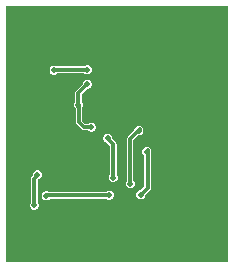
<source format=gbr>
%TF.GenerationSoftware,Altium Limited,Altium Designer,21.3.2 (30)*%
G04 Layer_Physical_Order=2*
G04 Layer_Color=16711680*
%FSLAX26Y26*%
%MOIN*%
%TF.SameCoordinates,7249F2FC-C291-4BAF-AEBD-B68F3D0C2602*%
%TF.FilePolarity,Positive*%
%TF.FileFunction,Copper,L2,Bot,Signal*%
%TF.Part,Single*%
G01*
G75*
%TA.AperFunction,Conductor*%
%ADD18C,0.012000*%
%TA.AperFunction,ViaPad*%
%ADD20C,0.150000*%
%ADD21C,0.020000*%
G36*
X4235000Y2589000D02*
X3493000D01*
Y3440000D01*
X4235000D01*
X4235000Y2589000D01*
D02*
G37*
%LPC*%
G36*
X3767984Y3243000D02*
X3762016D01*
X3756503Y3240716D01*
X3755502Y3239715D01*
X3663498D01*
X3662969Y3240244D01*
X3657456Y3242528D01*
X3651489D01*
X3645976Y3240244D01*
X3641756Y3236024D01*
X3639472Y3230511D01*
Y3224544D01*
X3641756Y3219031D01*
X3645976Y3214811D01*
X3651489Y3212528D01*
X3657456D01*
X3662969Y3214811D01*
X3665443Y3217285D01*
X3754502D01*
X3756503Y3215284D01*
X3762016Y3213000D01*
X3767984D01*
X3773497Y3215284D01*
X3777716Y3219503D01*
X3780000Y3225016D01*
Y3230984D01*
X3777716Y3236497D01*
X3773497Y3240716D01*
X3767984Y3243000D01*
D02*
G37*
G36*
Y3195000D02*
X3762016D01*
X3756503Y3192716D01*
X3752284Y3188497D01*
X3750000Y3182984D01*
Y3180861D01*
X3728069Y3158931D01*
X3725638Y3155292D01*
X3724784Y3151000D01*
X3724785Y3150999D01*
Y3120903D01*
X3723284Y3119402D01*
X3721000Y3113889D01*
Y3107922D01*
X3723284Y3102409D01*
X3726315Y3099377D01*
Y3054471D01*
X3726315Y3054470D01*
X3727169Y3050178D01*
X3729600Y3046540D01*
X3746653Y3029487D01*
X3746653Y3029487D01*
X3750292Y3027055D01*
X3754584Y3026202D01*
X3769215D01*
X3770716Y3024701D01*
X3776229Y3022417D01*
X3782196D01*
X3787709Y3024701D01*
X3791929Y3028921D01*
X3794213Y3034434D01*
Y3040401D01*
X3791929Y3045914D01*
X3787709Y3050134D01*
X3782196Y3052417D01*
X3776229D01*
X3770716Y3050134D01*
X3769215Y3048633D01*
X3759229D01*
X3748746Y3059116D01*
Y3102481D01*
X3751000Y3107922D01*
Y3113889D01*
X3748716Y3119402D01*
X3747215Y3120903D01*
Y3146354D01*
X3765861Y3165000D01*
X3767984D01*
X3773497Y3167284D01*
X3777716Y3171503D01*
X3780000Y3177016D01*
Y3182984D01*
X3777716Y3188497D01*
X3773497Y3192716D01*
X3767984Y3195000D01*
D02*
G37*
G36*
X3836984Y3015000D02*
X3831016D01*
X3825503Y3012716D01*
X3821284Y3008497D01*
X3819000Y3002984D01*
Y2997016D01*
X3821284Y2991503D01*
X3825503Y2987284D01*
X3830944Y2985030D01*
X3840785Y2975190D01*
Y2878998D01*
X3839284Y2877497D01*
X3837000Y2871984D01*
Y2866016D01*
X3839284Y2860503D01*
X3843503Y2856284D01*
X3849016Y2854000D01*
X3854984D01*
X3860497Y2856284D01*
X3864716Y2860503D01*
X3867000Y2866016D01*
Y2871984D01*
X3864716Y2877497D01*
X3863215Y2878998D01*
Y2979835D01*
X3862362Y2984127D01*
X3859931Y2987766D01*
X3859930Y2987766D01*
X3849000Y2998696D01*
Y3002984D01*
X3846716Y3008497D01*
X3842497Y3012716D01*
X3836984Y3015000D01*
D02*
G37*
G36*
X3940000Y3041215D02*
X3935708Y3040362D01*
X3935473Y3040205D01*
X3934316D01*
X3928802Y3037921D01*
X3924583Y3033702D01*
X3922299Y3028188D01*
Y3028160D01*
X3900069Y3005931D01*
X3897638Y3002292D01*
X3896784Y2998000D01*
X3896785Y2997999D01*
Y2856998D01*
X3896284Y2856497D01*
X3894000Y2850984D01*
Y2845016D01*
X3896284Y2839503D01*
X3900503Y2835284D01*
X3906016Y2833000D01*
X3911984D01*
X3917497Y2835284D01*
X3921716Y2839503D01*
X3924000Y2845016D01*
Y2850984D01*
X3921716Y2856497D01*
X3919215Y2858998D01*
Y2993354D01*
X3936066Y3010205D01*
X3940283D01*
X3945796Y3012488D01*
X3950016Y3016708D01*
X3952299Y3022221D01*
Y3028188D01*
X3950908Y3031548D01*
X3950362Y3034292D01*
X3947930Y3037930D01*
X3944292Y3040362D01*
X3940000Y3041215D01*
D02*
G37*
G36*
X3841984Y2826000D02*
X3836016D01*
X3830503Y2823716D01*
X3827502Y2820715D01*
X3636498D01*
X3636497Y2820716D01*
X3630984Y2823000D01*
X3625016D01*
X3619503Y2820716D01*
X3615284Y2816497D01*
X3613000Y2810984D01*
Y2805016D01*
X3615284Y2799503D01*
X3619503Y2795284D01*
X3625016Y2793000D01*
X3630984D01*
X3636497Y2795284D01*
X3639498Y2798285D01*
X3830502D01*
X3830503Y2798284D01*
X3836016Y2796000D01*
X3841984D01*
X3847497Y2798284D01*
X3851716Y2802503D01*
X3854000Y2808016D01*
Y2813984D01*
X3851716Y2819497D01*
X3847497Y2823716D01*
X3841984Y2826000D01*
D02*
G37*
G36*
X3967042Y2970956D02*
X3962750Y2970102D01*
X3962515Y2969945D01*
X3961358D01*
X3955845Y2967661D01*
X3951625Y2963442D01*
X3949342Y2957929D01*
Y2951961D01*
X3951625Y2946448D01*
X3955827Y2942246D01*
Y2839688D01*
X3943139Y2827000D01*
X3941016D01*
X3935503Y2824716D01*
X3931284Y2820497D01*
X3929000Y2814984D01*
Y2809016D01*
X3931284Y2803503D01*
X3935503Y2799284D01*
X3941016Y2797000D01*
X3946984D01*
X3952497Y2799284D01*
X3956716Y2803503D01*
X3959000Y2809016D01*
Y2811139D01*
X3974973Y2827112D01*
X3974973Y2827112D01*
X3977404Y2830750D01*
X3978258Y2835042D01*
X3978258Y2835043D01*
Y2949345D01*
X3979342Y2951961D01*
Y2957929D01*
X3977950Y2961288D01*
X3977404Y2964032D01*
X3974973Y2967671D01*
X3971334Y2970102D01*
X3967042Y2970956D01*
D02*
G37*
G36*
X3601984Y2893000D02*
X3596016D01*
X3590503Y2890716D01*
X3586284Y2886497D01*
X3584000Y2880984D01*
Y2876696D01*
X3581069Y2873766D01*
X3578638Y2870127D01*
X3577784Y2865835D01*
X3577785Y2865835D01*
Y2786998D01*
X3576284Y2785497D01*
X3574000Y2779984D01*
Y2774016D01*
X3576284Y2768503D01*
X3580503Y2764284D01*
X3586016Y2762000D01*
X3591984D01*
X3597497Y2764284D01*
X3601716Y2768503D01*
X3604000Y2774016D01*
Y2779984D01*
X3601716Y2785497D01*
X3600215Y2786998D01*
Y2861189D01*
X3602056Y2863030D01*
X3607497Y2865284D01*
X3611716Y2869503D01*
X3614000Y2875016D01*
Y2880984D01*
X3611716Y2886497D01*
X3607497Y2890716D01*
X3601984Y2893000D01*
D02*
G37*
%LPD*%
D18*
X3654472Y3227528D02*
X3655445Y3228500D01*
X3908000Y2849000D02*
X3909000Y2848000D01*
X3834000Y2997835D02*
X3852000Y2979835D01*
X3908000Y2849000D02*
Y2998000D01*
X3852000Y2869000D02*
Y2979835D01*
X3628000Y2808000D02*
X3629500Y2809500D01*
X3837500D01*
X3839000Y2811000D01*
X3589000Y2865835D02*
X3599000Y2875835D01*
X3589000Y2777000D02*
Y2865835D01*
X3599000Y2875835D02*
Y2878000D01*
X3737531Y3054470D02*
Y3103469D01*
X3754584Y3037417D02*
X3779213D01*
X3737531Y3054470D02*
X3754584Y3037417D01*
X3736000Y3105000D02*
X3737531Y3103469D01*
X3736000Y3151000D02*
X3765000Y3180000D01*
X3736000Y3105000D02*
Y3151000D01*
X3944000Y2812000D02*
X3967042Y2835042D01*
X3908000Y2998000D02*
X3940000Y3030000D01*
X3967042Y2835042D02*
Y2959740D01*
X3655445Y3228500D02*
X3764500D01*
X3765000Y3228000D01*
X3834000Y2997835D02*
Y3000000D01*
D20*
X4130000Y3350000D02*
D03*
Y2680000D02*
D03*
X3580000D02*
D03*
Y3350000D02*
D03*
D21*
X4160000Y3120000D02*
D03*
X4200000Y3040000D02*
D03*
X4160000Y2960000D02*
D03*
X4200000Y2880000D02*
D03*
X4120000Y3040000D02*
D03*
X4080000Y2960000D02*
D03*
X4120000Y2880000D02*
D03*
X4080000Y2800000D02*
D03*
X4040000Y3360000D02*
D03*
X4000000Y3280000D02*
D03*
Y2800000D02*
D03*
X4040000Y2720000D02*
D03*
X4000000Y2640000D02*
D03*
X3960000Y3360000D02*
D03*
X3920000Y3280000D02*
D03*
Y3120000D02*
D03*
X3960000Y2720000D02*
D03*
X3920000Y2640000D02*
D03*
X3880000Y3360000D02*
D03*
X3840000Y3280000D02*
D03*
X3880000Y2720000D02*
D03*
X3840000Y2640000D02*
D03*
X3800000Y3360000D02*
D03*
X3760000Y3280000D02*
D03*
X3800000Y2720000D02*
D03*
X3760000Y2640000D02*
D03*
X3720000Y3360000D02*
D03*
X3680000Y3280000D02*
D03*
X3720000Y3040000D02*
D03*
Y2720000D02*
D03*
X3680000Y2640000D02*
D03*
X3640000Y3040000D02*
D03*
X3520000Y3280000D02*
D03*
X3560000Y3200000D02*
D03*
X3520000Y3120000D02*
D03*
Y2960000D02*
D03*
X3560000Y2880000D02*
D03*
X3520000Y2800000D02*
D03*
X3555000Y2827000D02*
D03*
X3871000Y2793000D02*
D03*
X3772000Y2786000D02*
D03*
X3675000Y2787000D02*
D03*
X3964342Y2954945D02*
D03*
X3937299Y3025205D02*
D03*
X3852000Y2869000D02*
D03*
X3909000Y2848000D02*
D03*
X3939000D02*
D03*
X3628000Y2808000D02*
D03*
X3599000Y2878000D02*
D03*
X3589000Y2777000D02*
D03*
X3735000Y3200000D02*
D03*
X3779213Y3037417D02*
D03*
X3736000Y3110905D02*
D03*
X3839000Y2811000D02*
D03*
X3944000Y2812000D02*
D03*
X3765000Y3180000D02*
D03*
Y3228000D02*
D03*
X3654472Y3227528D02*
D03*
X3834000Y3000000D02*
D03*
X3769370Y2964370D02*
D03*
Y2925000D02*
D03*
Y2885630D02*
D03*
X3730000Y2964370D02*
D03*
Y2925000D02*
D03*
Y2885630D02*
D03*
X3690630Y2964370D02*
D03*
Y2925000D02*
D03*
Y2885630D02*
D03*
%TF.MD5,afc69336c2eecb7ce217ab6aa9aacb75*%
M02*

</source>
